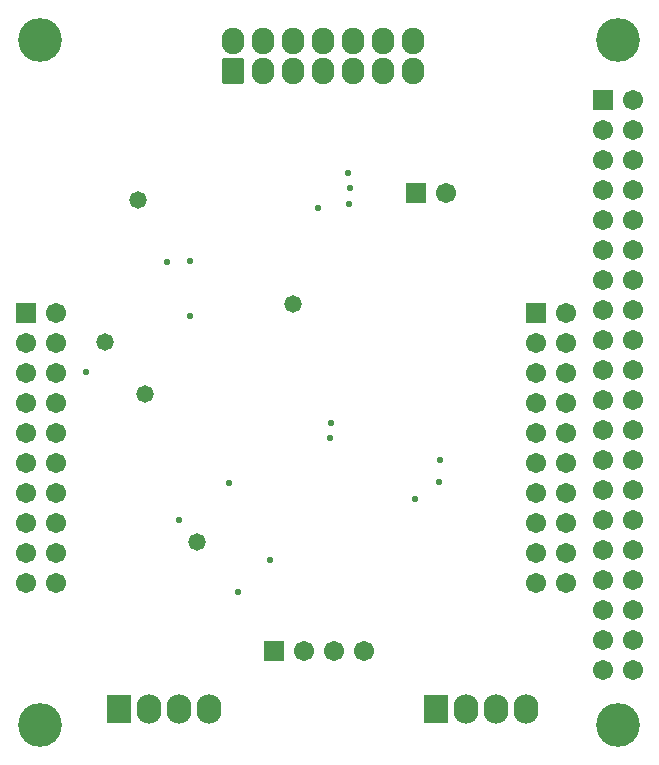
<source format=gbs>
G04*
G04 #@! TF.GenerationSoftware,Altium Limited,Altium Designer,18.1.5 (160)*
G04*
G04 Layer_Color=16711935*
%FSTAX24Y24*%
%MOIN*%
G70*
G01*
G75*
%ADD31O,0.0760X0.0880*%
G04:AMPARAMS|DCode=32|XSize=88mil|YSize=76mil|CornerRadius=12.5mil|HoleSize=0mil|Usage=FLASHONLY|Rotation=90.000|XOffset=0mil|YOffset=0mil|HoleType=Round|Shape=RoundedRectangle|*
%AMROUNDEDRECTD32*
21,1,0.0880,0.0510,0,0,90.0*
21,1,0.0630,0.0760,0,0,90.0*
1,1,0.0250,0.0255,0.0315*
1,1,0.0250,0.0255,-0.0315*
1,1,0.0250,-0.0255,-0.0315*
1,1,0.0250,-0.0255,0.0315*
%
%ADD32ROUNDEDRECTD32*%
%ADD33O,0.0830X0.0980*%
%ADD34R,0.0830X0.0980*%
%ADD35C,0.0671*%
%ADD36R,0.0671X0.0671*%
%ADD37R,0.0671X0.0671*%
%ADD38C,0.1460*%
%ADD39C,0.0580*%
%ADD40C,0.0230*%
D31*
X01811Y043505D02*
D03*
X01711D02*
D03*
X01611D02*
D03*
X01511D02*
D03*
X01411D02*
D03*
X01311D02*
D03*
X01211D02*
D03*
X01811Y042505D02*
D03*
X01711D02*
D03*
X01611D02*
D03*
X01511D02*
D03*
X01411D02*
D03*
X01311D02*
D03*
D32*
X01211D02*
D03*
D33*
X011291Y021245D02*
D03*
X010291D02*
D03*
X009291D02*
D03*
X021861D02*
D03*
X020861D02*
D03*
X019861D02*
D03*
D34*
X008291D02*
D03*
X018861D02*
D03*
D35*
X016461Y023175D02*
D03*
X015461D02*
D03*
X014461D02*
D03*
X019191Y038465D02*
D03*
X023191Y034465D02*
D03*
X022191Y033465D02*
D03*
X023191D02*
D03*
X022191Y032465D02*
D03*
X023191D02*
D03*
X022191Y031465D02*
D03*
X023191D02*
D03*
X022191Y030465D02*
D03*
X023191D02*
D03*
X022191Y029465D02*
D03*
X023191D02*
D03*
X022191Y028465D02*
D03*
X023191D02*
D03*
X022191Y027465D02*
D03*
X023191D02*
D03*
X022191Y026465D02*
D03*
X023191D02*
D03*
X022191Y025465D02*
D03*
X023191D02*
D03*
X006191Y034465D02*
D03*
X005191Y033465D02*
D03*
X006191D02*
D03*
X005191Y032465D02*
D03*
X006191D02*
D03*
X005191Y031465D02*
D03*
X006191D02*
D03*
X005191Y030465D02*
D03*
X006191D02*
D03*
X005191Y029465D02*
D03*
X006191D02*
D03*
X005191Y028465D02*
D03*
X006191D02*
D03*
X005191Y027465D02*
D03*
X006191D02*
D03*
X005191Y026465D02*
D03*
X006191D02*
D03*
X005191Y025465D02*
D03*
X006191D02*
D03*
X025441Y022555D02*
D03*
X024441D02*
D03*
X025441Y023555D02*
D03*
X024441D02*
D03*
X025441Y024555D02*
D03*
X024441D02*
D03*
X025441Y025555D02*
D03*
X024441D02*
D03*
X025441Y026555D02*
D03*
X024441D02*
D03*
X025441Y027555D02*
D03*
X024441D02*
D03*
X025441Y028555D02*
D03*
X024441D02*
D03*
X025441Y029555D02*
D03*
X024441D02*
D03*
X025441Y030555D02*
D03*
X024441D02*
D03*
X025441Y031555D02*
D03*
X024441D02*
D03*
X025441Y032555D02*
D03*
X024441D02*
D03*
X025441Y033555D02*
D03*
X024441D02*
D03*
X025441Y034555D02*
D03*
X024441D02*
D03*
X025441Y035555D02*
D03*
X024441D02*
D03*
X025441Y036555D02*
D03*
X024441D02*
D03*
X025441Y037555D02*
D03*
X024441D02*
D03*
X025441Y038555D02*
D03*
X024441D02*
D03*
X025441Y039555D02*
D03*
X024441D02*
D03*
X025441Y040555D02*
D03*
X024441D02*
D03*
X025441Y041555D02*
D03*
D36*
X013461Y023175D02*
D03*
X018191Y038465D02*
D03*
D37*
X022191Y034465D02*
D03*
X005191D02*
D03*
X024441Y041555D02*
D03*
D38*
X024941Y02072D02*
D03*
Y043555D02*
D03*
X00565D02*
D03*
Y02072D02*
D03*
D39*
X008921Y03823D02*
D03*
X014091Y034765D02*
D03*
X007844Y033472D02*
D03*
X009181Y031755D02*
D03*
X010911Y026815D02*
D03*
D40*
X013331Y026215D02*
D03*
X007191Y032475D02*
D03*
X016011Y038625D02*
D03*
X015941Y039125D02*
D03*
X015951Y038095D02*
D03*
X014921Y037945D02*
D03*
X012281Y025165D02*
D03*
X011981Y028795D02*
D03*
X015381Y030775D02*
D03*
X009891Y036165D02*
D03*
X007841Y033475D02*
D03*
X018971Y028825D02*
D03*
X018991Y029545D02*
D03*
X015341Y030285D02*
D03*
X010311Y027565D02*
D03*
X018151Y028255D02*
D03*
X010651Y036195D02*
D03*
X010681Y034335D02*
D03*
M02*

</source>
